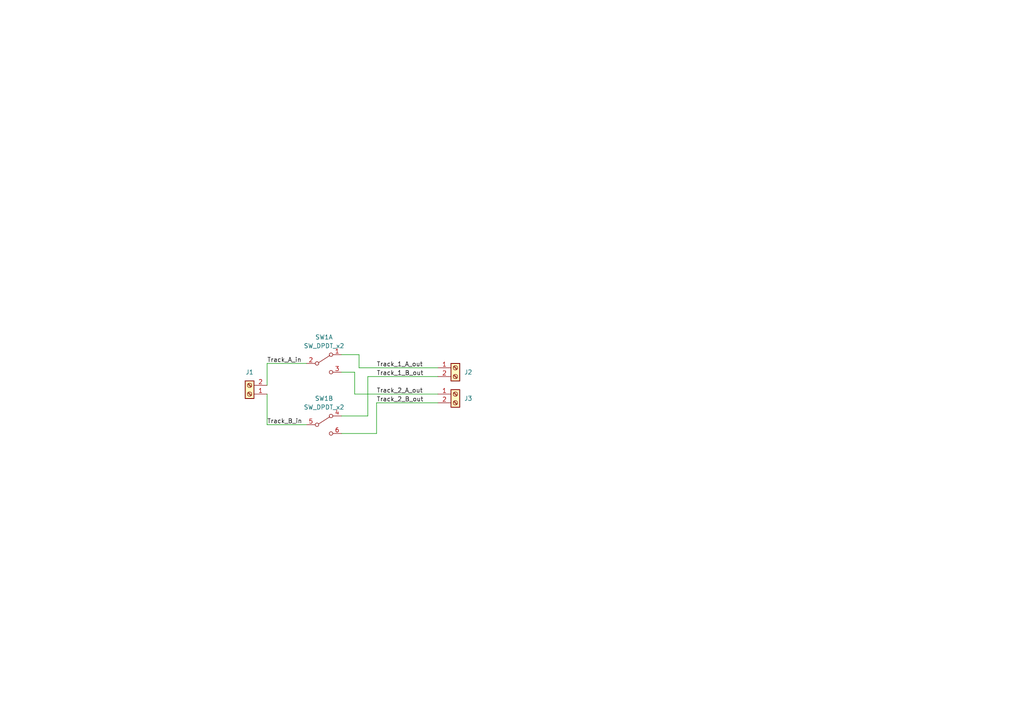
<source format=kicad_sch>
(kicad_sch (version 20230121) (generator eeschema)
  (paper "A4")
  (lib_symbols
    (symbol "Connector:Screw_Terminal_01x02" (pin_names (offset 1.016) hide)
      (property "Reference" "J" (at 0 2.54 0))
      (property "Value" "Screw_Terminal_01x02" (at 0 -5.08 0))
      (symbol "Screw_Terminal_01x02_1_1"
        (rectangle (start -1.27 1.27) (end 1.27 -3.81) (stroke (width 0.254)) (fill (type background)))
        (circle (center 0 -2.54) (radius 0.635) (stroke (width 0.1524)))
        (polyline (pts (xy -0.5334 -2.2098) (xy 0.3302 -3.048)) (stroke (width 0.1524)))
        (polyline (pts (xy -0.5334 0.3302) (xy 0.3302 -0.508)) (stroke (width 0.1524)))
        (polyline (pts (xy -0.3556 -2.032) (xy 0.508 -2.8702)) (stroke (width 0.1524)))
        (polyline (pts (xy -0.3556 0.508) (xy 0.508 -0.3302)) (stroke (width 0.1524)))
        (circle (center 0 0) (radius 0.635) (stroke (width 0.1524)))
        (pin passive line (at -5.08 0 0) (length 3.81) (name "Pin_1") (number "1"))
        (pin passive line (at -5.08 -2.54 0) (length 3.81) (name "Pin_2") (number "2"))
      )
    )
    (symbol "Switch:SW_DPDT_x2" (pin_names (offset 0) hide)
      (property "Reference" "SW" (at 0 4.318 0))
      (property "Value" "SW_DPDT_x2" (at 0 -5.08 0))
      (symbol "SW_DPDT_x2_0_0"
        (circle (center -2.032 0) (radius 0.508))
        (circle (center 2.032 -2.54) (radius 0.508))
      )
      (symbol "SW_DPDT_x2_0_1"
        (polyline (pts (xy -1.524 0.254) (xy 1.651 2.286)))
        (circle (center 2.032 2.54) (radius 0.508))
      )
      (symbol "SW_DPDT_x2_1_1"
        (pin passive line (at 5.08 2.54 180) (length 2.54) (name "A") (number "1"))
        (pin passive line (at -5.08 0 0) (length 2.54) (name "B") (number "2"))
        (pin passive line (at 5.08 -2.54 180) (length 2.54) (name "C") (number "3"))
      )
      (symbol "SW_DPDT_x2_2_1"
        (pin passive line (at 5.08 2.54 180) (length 2.54) (name "A") (number "4"))
        (pin passive line (at -5.08 0 0) (length 2.54) (name "B") (number "5"))
        (pin passive line (at 5.08 -2.54 180) (length 2.54) (name "C") (number "6"))
      )
    )
  )
  (wire (pts (xy 77.47 111.76) (xy 77.47 105.41)))
  (wire (pts (xy 77.47 114.3) (xy 77.47 123.19)))
  (wire (pts (xy 106.68 109.22) (xy 127 109.22)))
  (wire (pts (xy 104.14 106.68) (xy 127 106.68)))
  (wire (pts (xy 102.87 107.95) (xy 102.87 114.3)))
  (wire (pts (xy 102.87 114.3) (xy 127 114.3)))
  (wire (pts (xy 77.47 123.19) (xy 88.9 123.19)))
  (wire (pts (xy 106.68 120.65) (xy 106.68 109.22)))
  (wire (pts (xy 109.22 116.84) (xy 109.22 125.73)))
  (wire (pts (xy 104.14 102.87) (xy 104.14 106.68)))
  (wire (pts (xy 99.06 120.65) (xy 106.68 120.65)))
  (wire (pts (xy 109.22 116.84) (xy 127 116.84)))
  (wire (pts (xy 99.06 125.73) (xy 109.22 125.73)))
  (wire (pts (xy 77.47 105.41) (xy 88.9 105.41)))
  (wire (pts (xy 99.06 102.87) (xy 104.14 102.87)))
  (wire (pts (xy 99.06 107.95) (xy 102.87 107.95)))
  (label "Track_A_in" (at 77.47 105.41 0))
  (label "Track_2_B_out" (at 109.22 116.84 0))
  (label "Track_B_in" (at 77.47 123.19 0))
  (label "Track_1_A_out" (at 109.22 106.68 0))
  (label "Track_1_B_out" (at 109.22 109.22 0))
  (label "Track_2_A_out" (at 109.22 114.3 0))
  (symbol (lib_id "Switch:SW_DPDT_x2") (at 93.98 105.41 0) (unit 1)
    (property "Reference" "SW1" (at 93.98 97.79 0))
    (property "Value" "SW_DPDT_x2" (at 93.98 100.33 0))
    (property "Footprint" "custom_kicad_lib_sk:MTS_DPDT" (effects hide))
  )
  (symbol (lib_id "Switch:SW_DPDT_x2") (at 93.98 123.19 0) (unit 2)
    (property "Reference" "SW1" (at 93.98 115.57 0))
    (property "Value" "SW_DPDT_x2" (at 93.98 118.11 0))
    (property "Footprint" "custom_kicad_lib_sk:MTS_DPDT" (effects hide))
  )
  (symbol (lib_id "Connector:Screw_Terminal_01x02") (at 72.39 114.3 180) (unit 1)
    (property "Reference" "J1" (at 72.39 107.95 0))
    (property "Value" "Screw_Terminal_01x02" (effects hide))
    (property "Footprint" "TerminalBlock_Phoenix:TerminalBlock_Phoenix_MKDS-1,5-2-5.08_1x02_P5.08mm_Horizontal" (effects hide))
  )
  (symbol (lib_id "Connector:Screw_Terminal_01x02") (at 132.08 106.68 0) (unit 1)
    (property "Reference" "J2" (at 134.62 107.95 0) (effects (justify left)))
    (property "Value" "Screw_Terminal_01x02" (effects hide))
    (property "Footprint" "TerminalBlock_Phoenix:TerminalBlock_Phoenix_MKDS-1,5-2-5.08_1x02_P5.08mm_Horizontal" (effects hide))
  )
  (symbol (lib_id "Connector:Screw_Terminal_01x02") (at 132.08 114.3 0) (unit 1)
    (property "Reference" "J3" (at 134.62 115.57 0) (effects (justify left)))
    (property "Value" "Screw_Terminal_01x02" (effects hide))
    (property "Footprint" "TerminalBlock_Phoenix:TerminalBlock_Phoenix_MKDS-1,5-2-5.08_1x02_P5.08mm_Horizontal" (effects hide))
  )
)
</source>
